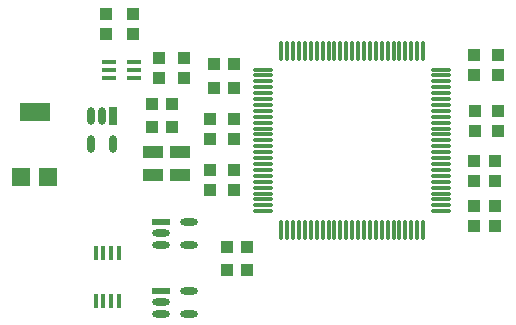
<source format=gtp>
%FSLAX43Y43*%
%MOMM*%
G71*
G01*
G75*
G04 Layer_Color=8421504*
%ADD10R,1.000X1.100*%
%ADD11R,1.100X1.000*%
%ADD12R,1.700X1.100*%
%ADD13R,1.150X0.450*%
%ADD14R,1.500X1.500*%
%ADD15R,2.541X1.500*%
%ADD16R,0.350X1.200*%
%ADD17R,0.700X1.500*%
%ADD18O,0.700X1.500*%
%ADD19O,0.300X1.800*%
%ADD20O,1.800X0.300*%
%ADD21R,1.500X0.600*%
%ADD22O,1.500X0.600*%
%ADD23C,0.254*%
%ADD24C,1.000*%
%ADD25C,0.500*%
%ADD26C,0.762*%
%ADD27C,1.500*%
%ADD28C,2.032*%
%ADD29C,2.286*%
%ADD30R,1.500X1.500*%
%ADD31C,0.254*%
%ADD32C,1.016*%
%ADD33C,1.524*%
%ADD34C,1.916*%
G04:AMPARAMS|DCode=35|XSize=2.424mm|YSize=2.424mm|CornerRadius=0mm|HoleSize=0mm|Usage=FLASHONLY|Rotation=0.000|XOffset=0mm|YOffset=0mm|HoleType=Round|Shape=Relief|Width=0.254mm|Gap=0.254mm|Entries=4|*
%AMTHD35*
7,0,0,2.424,1.916,0.254,45*
%
%ADD35THD35*%
%ADD36C,2.516*%
%ADD37C,2.718*%
G04:AMPARAMS|DCode=38|XSize=2.032mm|YSize=2.032mm|CornerRadius=0mm|HoleSize=0mm|Usage=FLASHONLY|Rotation=0.000|XOffset=0mm|YOffset=0mm|HoleType=Round|Shape=Relief|Width=0.254mm|Gap=0.254mm|Entries=4|*
%AMTHD38*
7,0,0,2.032,1.524,0.254,45*
%
%ADD38THD38*%
%ADD39C,1.219*%
%ADD40C,0.200*%
%ADD41C,0.250*%
%ADD42C,0.600*%
%ADD43C,0.102*%
%ADD44C,0.100*%
D10*
X44831Y60960D02*
D03*
Y59260D02*
D03*
X42672Y60960D02*
D03*
Y59260D02*
D03*
X71120Y52197D02*
D03*
Y50497D02*
D03*
X69342Y52197D02*
D03*
Y50497D02*
D03*
X71374Y61214D02*
D03*
Y59514D02*
D03*
X69342Y61214D02*
D03*
Y59514D02*
D03*
X71374Y54737D02*
D03*
Y56437D02*
D03*
X69469Y54737D02*
D03*
Y56437D02*
D03*
X49022Y55753D02*
D03*
Y54053D02*
D03*
X46990Y55753D02*
D03*
Y54053D02*
D03*
X71120Y46736D02*
D03*
Y48436D02*
D03*
X69342Y46736D02*
D03*
Y48436D02*
D03*
X40513Y62992D02*
D03*
Y64692D02*
D03*
X38227Y62992D02*
D03*
Y64692D02*
D03*
X49022Y49784D02*
D03*
Y51484D02*
D03*
X46990Y49784D02*
D03*
Y51484D02*
D03*
D11*
X48475Y43025D02*
D03*
X50175D02*
D03*
X48475Y44925D02*
D03*
X50175D02*
D03*
X49025Y60425D02*
D03*
X47325D02*
D03*
Y58450D02*
D03*
X49025D02*
D03*
X43815Y57023D02*
D03*
X42115D02*
D03*
X43815Y55118D02*
D03*
X42115D02*
D03*
D12*
X42164Y51054D02*
D03*
X44464D02*
D03*
X42164Y52954D02*
D03*
X44464D02*
D03*
D13*
X40572Y60594D02*
D03*
Y59944D02*
D03*
Y59294D02*
D03*
X38422D02*
D03*
Y59944D02*
D03*
Y60594D02*
D03*
D14*
X33325Y50850D02*
D03*
X31025D02*
D03*
D15*
X32175Y56350D02*
D03*
D16*
X37325Y40400D02*
D03*
X37975D02*
D03*
X38625D02*
D03*
X39275D02*
D03*
X37325Y44400D02*
D03*
X37975D02*
D03*
X38625D02*
D03*
X39275D02*
D03*
D17*
X38825Y56075D02*
D03*
D18*
X37875D02*
D03*
X36925D02*
D03*
X38825Y53675D02*
D03*
X36925D02*
D03*
D19*
X53055Y61525D02*
D03*
X53555D02*
D03*
X54055D02*
D03*
X54555D02*
D03*
X55055D02*
D03*
X55555D02*
D03*
X56055D02*
D03*
X56555D02*
D03*
X57055D02*
D03*
X57555D02*
D03*
X58055D02*
D03*
X58555D02*
D03*
X59055D02*
D03*
X59555D02*
D03*
X60055D02*
D03*
X60555D02*
D03*
X61055D02*
D03*
X61555D02*
D03*
X62055D02*
D03*
X62555D02*
D03*
X63055D02*
D03*
X63555D02*
D03*
X64055D02*
D03*
X64555D02*
D03*
X65055D02*
D03*
Y46425D02*
D03*
X64555D02*
D03*
X64055D02*
D03*
X63555D02*
D03*
X63055D02*
D03*
X62555D02*
D03*
X62055D02*
D03*
X61555D02*
D03*
X61055D02*
D03*
X60555D02*
D03*
X60055D02*
D03*
X59555D02*
D03*
X59055D02*
D03*
X58555D02*
D03*
X58055D02*
D03*
X57555D02*
D03*
X57055D02*
D03*
X56555D02*
D03*
X56055D02*
D03*
X55555D02*
D03*
X55055D02*
D03*
X54555D02*
D03*
X54055D02*
D03*
X53555D02*
D03*
X53055D02*
D03*
D20*
X66605Y59975D02*
D03*
Y59475D02*
D03*
Y58975D02*
D03*
Y58475D02*
D03*
Y57975D02*
D03*
Y57475D02*
D03*
Y56975D02*
D03*
Y56475D02*
D03*
Y55975D02*
D03*
Y55475D02*
D03*
Y54975D02*
D03*
Y54475D02*
D03*
Y53975D02*
D03*
Y53475D02*
D03*
Y52975D02*
D03*
Y52475D02*
D03*
Y51975D02*
D03*
Y51475D02*
D03*
Y50975D02*
D03*
Y50475D02*
D03*
Y49975D02*
D03*
Y49475D02*
D03*
Y48975D02*
D03*
Y48475D02*
D03*
Y47975D02*
D03*
X51505D02*
D03*
Y48475D02*
D03*
Y48975D02*
D03*
Y49475D02*
D03*
Y49975D02*
D03*
Y50475D02*
D03*
Y50975D02*
D03*
Y51475D02*
D03*
Y51975D02*
D03*
Y52475D02*
D03*
Y52975D02*
D03*
Y53475D02*
D03*
Y53975D02*
D03*
Y54475D02*
D03*
Y54975D02*
D03*
Y55475D02*
D03*
Y55975D02*
D03*
Y56475D02*
D03*
Y56975D02*
D03*
Y57475D02*
D03*
Y57975D02*
D03*
Y58475D02*
D03*
Y58975D02*
D03*
Y59475D02*
D03*
Y59975D02*
D03*
D21*
X42825Y47050D02*
D03*
X42850Y41200D02*
D03*
D22*
X42825Y46100D02*
D03*
Y45150D02*
D03*
X45225Y47050D02*
D03*
Y45150D02*
D03*
X42850Y40250D02*
D03*
Y39300D02*
D03*
X45250Y41200D02*
D03*
Y39300D02*
D03*
M02*

</source>
